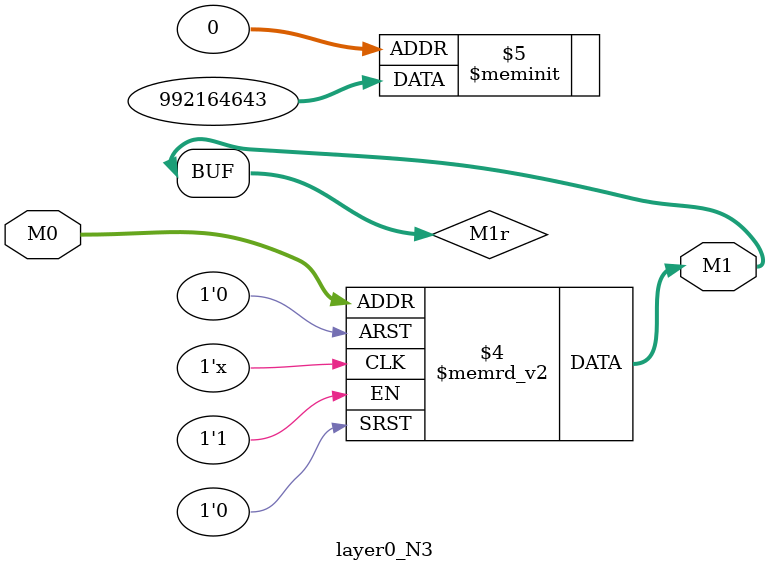
<source format=v>
module layer0_N3 ( input [3:0] M0, output [1:0] M1 );

	(*rom_style = "distributed" *) reg [1:0] M1r;
	assign M1 = M1r;
	always @ (M0) begin
		case (M0)
			4'b0000: M1r = 2'b11;
			4'b1000: M1r = 2'b11;
			4'b0100: M1r = 2'b11;
			4'b1100: M1r = 2'b11;
			4'b0010: M1r = 2'b10;
			4'b1010: M1r = 2'b10;
			4'b0110: M1r = 2'b11;
			4'b1110: M1r = 2'b11;
			4'b0001: M1r = 2'b00;
			4'b1001: M1r = 2'b00;
			4'b0101: M1r = 2'b10;
			4'b1101: M1r = 2'b10;
			4'b0011: M1r = 2'b00;
			4'b1011: M1r = 2'b00;
			4'b0111: M1r = 2'b00;
			4'b1111: M1r = 2'b00;

		endcase
	end
endmodule

</source>
